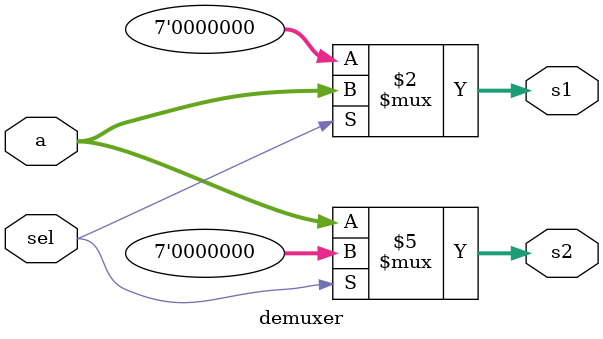
<source format=v>
module demuxer(sel,a,s1,s2);
input [6:0] a;
output [6:0] s1,s2;
input sel;

assign s1 = sel ? a : 1'b0;
assign s2 = !sel ? a : 1'b0;

endmodule
</source>
